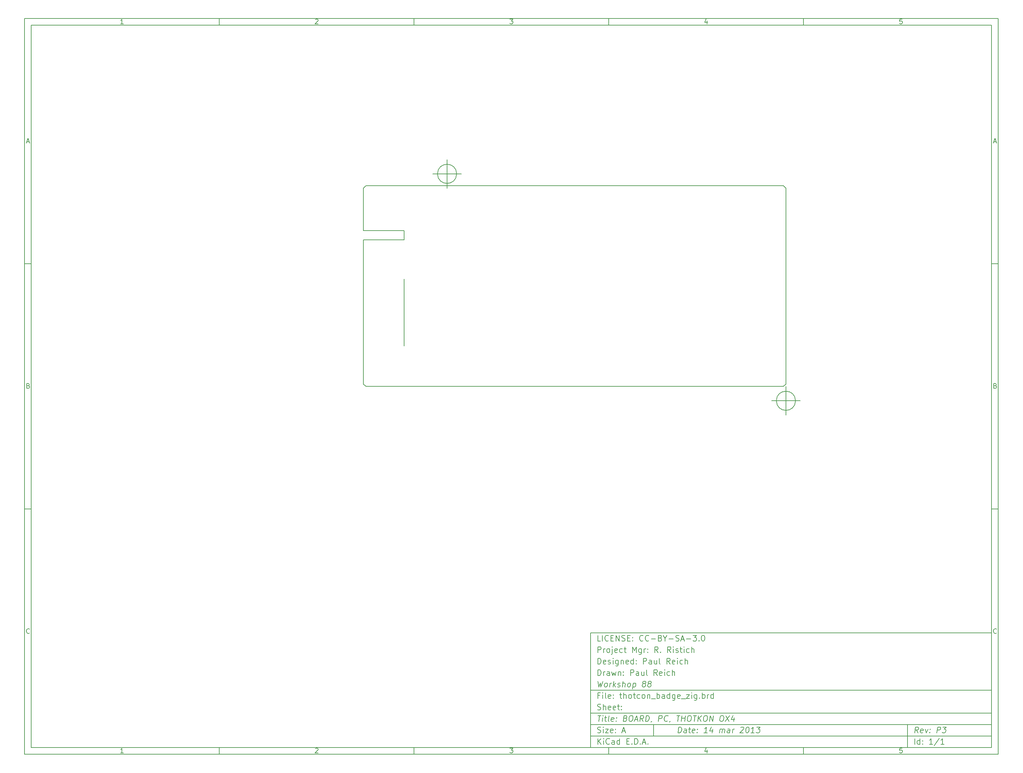
<source format=gbr>
G04 (created by PCBNEW (2012-11-15 BZR 3804)-stable) date Wed 13 Mar 2013 22:39:18 CDT*
%MOIN*%
G04 Gerber Fmt 3.4, Leading zero omitted, Abs format*
%FSLAX34Y34*%
G01*
G70*
G90*
G04 APERTURE LIST*
%ADD10C,0.006*%
%ADD11C,0.00590551*%
G04 APERTURE END LIST*
G54D10*
X-41000Y34000D02*
X61000Y34000D01*
X61000Y-43000D01*
X-41000Y-43000D01*
X-41000Y34000D01*
X-40300Y33300D02*
X60300Y33300D01*
X60300Y-42300D01*
X-40300Y-42300D01*
X-40300Y33300D01*
X-20600Y34000D02*
X-20600Y33300D01*
X-30657Y33447D02*
X-30942Y33447D01*
X-30800Y33447D02*
X-30800Y33947D01*
X-30847Y33876D01*
X-30895Y33828D01*
X-30942Y33804D01*
X-20600Y-43000D02*
X-20600Y-42300D01*
X-30657Y-42852D02*
X-30942Y-42852D01*
X-30800Y-42852D02*
X-30800Y-42352D01*
X-30847Y-42423D01*
X-30895Y-42471D01*
X-30942Y-42495D01*
X-200Y34000D02*
X-200Y33300D01*
X-10542Y33900D02*
X-10519Y33923D01*
X-10471Y33947D01*
X-10352Y33947D01*
X-10304Y33923D01*
X-10280Y33900D01*
X-10257Y33852D01*
X-10257Y33804D01*
X-10280Y33733D01*
X-10566Y33447D01*
X-10257Y33447D01*
X-200Y-43000D02*
X-200Y-42300D01*
X-10542Y-42400D02*
X-10519Y-42376D01*
X-10471Y-42352D01*
X-10352Y-42352D01*
X-10304Y-42376D01*
X-10280Y-42400D01*
X-10257Y-42447D01*
X-10257Y-42495D01*
X-10280Y-42566D01*
X-10566Y-42852D01*
X-10257Y-42852D01*
X20200Y34000D02*
X20200Y33300D01*
X9833Y33947D02*
X10142Y33947D01*
X9976Y33757D01*
X10047Y33757D01*
X10095Y33733D01*
X10119Y33709D01*
X10142Y33661D01*
X10142Y33542D01*
X10119Y33495D01*
X10095Y33471D01*
X10047Y33447D01*
X9904Y33447D01*
X9857Y33471D01*
X9833Y33495D01*
X20200Y-43000D02*
X20200Y-42300D01*
X9833Y-42352D02*
X10142Y-42352D01*
X9976Y-42542D01*
X10047Y-42542D01*
X10095Y-42566D01*
X10119Y-42590D01*
X10142Y-42638D01*
X10142Y-42757D01*
X10119Y-42804D01*
X10095Y-42828D01*
X10047Y-42852D01*
X9904Y-42852D01*
X9857Y-42828D01*
X9833Y-42804D01*
X40600Y34000D02*
X40600Y33300D01*
X30495Y33780D02*
X30495Y33447D01*
X30376Y33971D02*
X30257Y33614D01*
X30566Y33614D01*
X40600Y-43000D02*
X40600Y-42300D01*
X30495Y-42519D02*
X30495Y-42852D01*
X30376Y-42328D02*
X30257Y-42685D01*
X30566Y-42685D01*
X50919Y33947D02*
X50680Y33947D01*
X50657Y33709D01*
X50680Y33733D01*
X50728Y33757D01*
X50847Y33757D01*
X50895Y33733D01*
X50919Y33709D01*
X50942Y33661D01*
X50942Y33542D01*
X50919Y33495D01*
X50895Y33471D01*
X50847Y33447D01*
X50728Y33447D01*
X50680Y33471D01*
X50657Y33495D01*
X50919Y-42352D02*
X50680Y-42352D01*
X50657Y-42590D01*
X50680Y-42566D01*
X50728Y-42542D01*
X50847Y-42542D01*
X50895Y-42566D01*
X50919Y-42590D01*
X50942Y-42638D01*
X50942Y-42757D01*
X50919Y-42804D01*
X50895Y-42828D01*
X50847Y-42852D01*
X50728Y-42852D01*
X50680Y-42828D01*
X50657Y-42804D01*
X-41000Y8340D02*
X-40300Y8340D01*
X-40769Y21110D02*
X-40530Y21110D01*
X-40816Y20967D02*
X-40649Y21467D01*
X-40483Y20967D01*
X61000Y8340D02*
X60300Y8340D01*
X60530Y21110D02*
X60769Y21110D01*
X60483Y20967D02*
X60650Y21467D01*
X60816Y20967D01*
X-41000Y-17320D02*
X-40300Y-17320D01*
X-40614Y-4430D02*
X-40542Y-4454D01*
X-40519Y-4478D01*
X-40495Y-4525D01*
X-40495Y-4597D01*
X-40519Y-4644D01*
X-40542Y-4668D01*
X-40590Y-4692D01*
X-40780Y-4692D01*
X-40780Y-4192D01*
X-40614Y-4192D01*
X-40566Y-4216D01*
X-40542Y-4240D01*
X-40519Y-4287D01*
X-40519Y-4335D01*
X-40542Y-4382D01*
X-40566Y-4406D01*
X-40614Y-4430D01*
X-40780Y-4430D01*
X61000Y-17320D02*
X60300Y-17320D01*
X60685Y-4430D02*
X60757Y-4454D01*
X60780Y-4478D01*
X60804Y-4525D01*
X60804Y-4597D01*
X60780Y-4644D01*
X60757Y-4668D01*
X60709Y-4692D01*
X60519Y-4692D01*
X60519Y-4192D01*
X60685Y-4192D01*
X60733Y-4216D01*
X60757Y-4240D01*
X60780Y-4287D01*
X60780Y-4335D01*
X60757Y-4382D01*
X60733Y-4406D01*
X60685Y-4430D01*
X60519Y-4430D01*
X-40495Y-30304D02*
X-40519Y-30328D01*
X-40590Y-30352D01*
X-40638Y-30352D01*
X-40709Y-30328D01*
X-40757Y-30280D01*
X-40780Y-30233D01*
X-40804Y-30138D01*
X-40804Y-30066D01*
X-40780Y-29971D01*
X-40757Y-29923D01*
X-40709Y-29876D01*
X-40638Y-29852D01*
X-40590Y-29852D01*
X-40519Y-29876D01*
X-40495Y-29900D01*
X60804Y-30304D02*
X60780Y-30328D01*
X60709Y-30352D01*
X60661Y-30352D01*
X60590Y-30328D01*
X60542Y-30280D01*
X60519Y-30233D01*
X60495Y-30138D01*
X60495Y-30066D01*
X60519Y-29971D01*
X60542Y-29923D01*
X60590Y-29876D01*
X60661Y-29852D01*
X60709Y-29852D01*
X60780Y-29876D01*
X60804Y-29900D01*
X27450Y-40742D02*
X27525Y-40142D01*
X27667Y-40142D01*
X27750Y-40171D01*
X27800Y-40228D01*
X27821Y-40285D01*
X27835Y-40400D01*
X27825Y-40485D01*
X27782Y-40600D01*
X27746Y-40657D01*
X27682Y-40714D01*
X27592Y-40742D01*
X27450Y-40742D01*
X28307Y-40742D02*
X28346Y-40428D01*
X28325Y-40371D01*
X28271Y-40342D01*
X28157Y-40342D01*
X28096Y-40371D01*
X28310Y-40714D02*
X28250Y-40742D01*
X28107Y-40742D01*
X28053Y-40714D01*
X28032Y-40657D01*
X28039Y-40600D01*
X28075Y-40542D01*
X28135Y-40514D01*
X28278Y-40514D01*
X28339Y-40485D01*
X28557Y-40342D02*
X28785Y-40342D01*
X28667Y-40142D02*
X28603Y-40657D01*
X28625Y-40714D01*
X28678Y-40742D01*
X28735Y-40742D01*
X29167Y-40714D02*
X29107Y-40742D01*
X28992Y-40742D01*
X28939Y-40714D01*
X28917Y-40657D01*
X28946Y-40428D01*
X28982Y-40371D01*
X29042Y-40342D01*
X29157Y-40342D01*
X29210Y-40371D01*
X29232Y-40428D01*
X29225Y-40485D01*
X28932Y-40542D01*
X29457Y-40685D02*
X29482Y-40714D01*
X29450Y-40742D01*
X29425Y-40714D01*
X29457Y-40685D01*
X29450Y-40742D01*
X29496Y-40371D02*
X29521Y-40400D01*
X29489Y-40428D01*
X29464Y-40400D01*
X29496Y-40371D01*
X29489Y-40428D01*
X30507Y-40742D02*
X30164Y-40742D01*
X30335Y-40742D02*
X30410Y-40142D01*
X30342Y-40228D01*
X30278Y-40285D01*
X30217Y-40314D01*
X31071Y-40342D02*
X31021Y-40742D01*
X30957Y-40114D02*
X30760Y-40542D01*
X31132Y-40542D01*
X31792Y-40742D02*
X31842Y-40342D01*
X31835Y-40400D02*
X31867Y-40371D01*
X31928Y-40342D01*
X32014Y-40342D01*
X32067Y-40371D01*
X32089Y-40428D01*
X32050Y-40742D01*
X32089Y-40428D02*
X32125Y-40371D01*
X32185Y-40342D01*
X32271Y-40342D01*
X32325Y-40371D01*
X32346Y-40428D01*
X32307Y-40742D01*
X32850Y-40742D02*
X32889Y-40428D01*
X32867Y-40371D01*
X32814Y-40342D01*
X32700Y-40342D01*
X32639Y-40371D01*
X32853Y-40714D02*
X32792Y-40742D01*
X32650Y-40742D01*
X32596Y-40714D01*
X32575Y-40657D01*
X32582Y-40600D01*
X32617Y-40542D01*
X32678Y-40514D01*
X32821Y-40514D01*
X32882Y-40485D01*
X33135Y-40742D02*
X33185Y-40342D01*
X33171Y-40457D02*
X33207Y-40400D01*
X33239Y-40371D01*
X33300Y-40342D01*
X33357Y-40342D01*
X34003Y-40200D02*
X34035Y-40171D01*
X34096Y-40142D01*
X34239Y-40142D01*
X34292Y-40171D01*
X34317Y-40200D01*
X34339Y-40257D01*
X34332Y-40314D01*
X34292Y-40400D01*
X33907Y-40742D01*
X34278Y-40742D01*
X34725Y-40142D02*
X34782Y-40142D01*
X34835Y-40171D01*
X34860Y-40200D01*
X34882Y-40257D01*
X34896Y-40371D01*
X34878Y-40514D01*
X34835Y-40628D01*
X34800Y-40685D01*
X34767Y-40714D01*
X34707Y-40742D01*
X34650Y-40742D01*
X34596Y-40714D01*
X34571Y-40685D01*
X34550Y-40628D01*
X34535Y-40514D01*
X34553Y-40371D01*
X34596Y-40257D01*
X34632Y-40200D01*
X34664Y-40171D01*
X34725Y-40142D01*
X35421Y-40742D02*
X35078Y-40742D01*
X35250Y-40742D02*
X35325Y-40142D01*
X35257Y-40228D01*
X35192Y-40285D01*
X35132Y-40314D01*
X35696Y-40142D02*
X36067Y-40142D01*
X35839Y-40371D01*
X35925Y-40371D01*
X35978Y-40400D01*
X36003Y-40428D01*
X36025Y-40485D01*
X36007Y-40628D01*
X35971Y-40685D01*
X35939Y-40714D01*
X35878Y-40742D01*
X35707Y-40742D01*
X35653Y-40714D01*
X35628Y-40685D01*
X19042Y-41942D02*
X19042Y-41342D01*
X19385Y-41942D02*
X19128Y-41600D01*
X19385Y-41342D02*
X19042Y-41685D01*
X19642Y-41942D02*
X19642Y-41542D01*
X19642Y-41342D02*
X19614Y-41371D01*
X19642Y-41400D01*
X19671Y-41371D01*
X19642Y-41342D01*
X19642Y-41400D01*
X20271Y-41885D02*
X20242Y-41914D01*
X20157Y-41942D01*
X20100Y-41942D01*
X20014Y-41914D01*
X19957Y-41857D01*
X19928Y-41800D01*
X19900Y-41685D01*
X19900Y-41600D01*
X19928Y-41485D01*
X19957Y-41428D01*
X20014Y-41371D01*
X20100Y-41342D01*
X20157Y-41342D01*
X20242Y-41371D01*
X20271Y-41400D01*
X20785Y-41942D02*
X20785Y-41628D01*
X20757Y-41571D01*
X20700Y-41542D01*
X20585Y-41542D01*
X20528Y-41571D01*
X20785Y-41914D02*
X20728Y-41942D01*
X20585Y-41942D01*
X20528Y-41914D01*
X20500Y-41857D01*
X20500Y-41800D01*
X20528Y-41742D01*
X20585Y-41714D01*
X20728Y-41714D01*
X20785Y-41685D01*
X21328Y-41942D02*
X21328Y-41342D01*
X21328Y-41914D02*
X21271Y-41942D01*
X21157Y-41942D01*
X21100Y-41914D01*
X21071Y-41885D01*
X21042Y-41828D01*
X21042Y-41657D01*
X21071Y-41600D01*
X21100Y-41571D01*
X21157Y-41542D01*
X21271Y-41542D01*
X21328Y-41571D01*
X22071Y-41628D02*
X22271Y-41628D01*
X22357Y-41942D02*
X22071Y-41942D01*
X22071Y-41342D01*
X22357Y-41342D01*
X22614Y-41885D02*
X22642Y-41914D01*
X22614Y-41942D01*
X22585Y-41914D01*
X22614Y-41885D01*
X22614Y-41942D01*
X22899Y-41942D02*
X22899Y-41342D01*
X23042Y-41342D01*
X23128Y-41371D01*
X23185Y-41428D01*
X23214Y-41485D01*
X23242Y-41600D01*
X23242Y-41685D01*
X23214Y-41800D01*
X23185Y-41857D01*
X23128Y-41914D01*
X23042Y-41942D01*
X22899Y-41942D01*
X23499Y-41885D02*
X23528Y-41914D01*
X23499Y-41942D01*
X23471Y-41914D01*
X23499Y-41885D01*
X23499Y-41942D01*
X23757Y-41771D02*
X24042Y-41771D01*
X23699Y-41942D02*
X23899Y-41342D01*
X24099Y-41942D01*
X24299Y-41885D02*
X24328Y-41914D01*
X24299Y-41942D01*
X24271Y-41914D01*
X24299Y-41885D01*
X24299Y-41942D01*
X52592Y-40742D02*
X52428Y-40457D01*
X52250Y-40742D02*
X52325Y-40142D01*
X52553Y-40142D01*
X52607Y-40171D01*
X52632Y-40200D01*
X52653Y-40257D01*
X52642Y-40342D01*
X52607Y-40400D01*
X52575Y-40428D01*
X52514Y-40457D01*
X52285Y-40457D01*
X53082Y-40714D02*
X53021Y-40742D01*
X52907Y-40742D01*
X52853Y-40714D01*
X52832Y-40657D01*
X52860Y-40428D01*
X52896Y-40371D01*
X52957Y-40342D01*
X53071Y-40342D01*
X53125Y-40371D01*
X53146Y-40428D01*
X53139Y-40485D01*
X52846Y-40542D01*
X53357Y-40342D02*
X53450Y-40742D01*
X53642Y-40342D01*
X53828Y-40685D02*
X53853Y-40714D01*
X53821Y-40742D01*
X53796Y-40714D01*
X53828Y-40685D01*
X53821Y-40742D01*
X53867Y-40371D02*
X53892Y-40400D01*
X53860Y-40428D01*
X53835Y-40400D01*
X53867Y-40371D01*
X53860Y-40428D01*
X54564Y-40742D02*
X54639Y-40142D01*
X54867Y-40142D01*
X54921Y-40171D01*
X54946Y-40200D01*
X54967Y-40257D01*
X54957Y-40342D01*
X54921Y-40400D01*
X54889Y-40428D01*
X54828Y-40457D01*
X54600Y-40457D01*
X55182Y-40142D02*
X55553Y-40142D01*
X55325Y-40371D01*
X55410Y-40371D01*
X55464Y-40400D01*
X55489Y-40428D01*
X55510Y-40485D01*
X55492Y-40628D01*
X55457Y-40685D01*
X55425Y-40714D01*
X55364Y-40742D01*
X55192Y-40742D01*
X55139Y-40714D01*
X55114Y-40685D01*
X19014Y-40714D02*
X19100Y-40742D01*
X19242Y-40742D01*
X19300Y-40714D01*
X19328Y-40685D01*
X19357Y-40628D01*
X19357Y-40571D01*
X19328Y-40514D01*
X19300Y-40485D01*
X19242Y-40457D01*
X19128Y-40428D01*
X19071Y-40400D01*
X19042Y-40371D01*
X19014Y-40314D01*
X19014Y-40257D01*
X19042Y-40200D01*
X19071Y-40171D01*
X19128Y-40142D01*
X19271Y-40142D01*
X19357Y-40171D01*
X19614Y-40742D02*
X19614Y-40342D01*
X19614Y-40142D02*
X19585Y-40171D01*
X19614Y-40200D01*
X19642Y-40171D01*
X19614Y-40142D01*
X19614Y-40200D01*
X19842Y-40342D02*
X20157Y-40342D01*
X19842Y-40742D01*
X20157Y-40742D01*
X20614Y-40714D02*
X20557Y-40742D01*
X20442Y-40742D01*
X20385Y-40714D01*
X20357Y-40657D01*
X20357Y-40428D01*
X20385Y-40371D01*
X20442Y-40342D01*
X20557Y-40342D01*
X20614Y-40371D01*
X20642Y-40428D01*
X20642Y-40485D01*
X20357Y-40542D01*
X20900Y-40685D02*
X20928Y-40714D01*
X20900Y-40742D01*
X20871Y-40714D01*
X20900Y-40685D01*
X20900Y-40742D01*
X20900Y-40371D02*
X20928Y-40400D01*
X20900Y-40428D01*
X20871Y-40400D01*
X20900Y-40371D01*
X20900Y-40428D01*
X21614Y-40571D02*
X21900Y-40571D01*
X21557Y-40742D02*
X21757Y-40142D01*
X21957Y-40742D01*
X52242Y-41942D02*
X52242Y-41342D01*
X52785Y-41942D02*
X52785Y-41342D01*
X52785Y-41914D02*
X52728Y-41942D01*
X52614Y-41942D01*
X52557Y-41914D01*
X52528Y-41885D01*
X52500Y-41828D01*
X52500Y-41657D01*
X52528Y-41600D01*
X52557Y-41571D01*
X52614Y-41542D01*
X52728Y-41542D01*
X52785Y-41571D01*
X53071Y-41885D02*
X53100Y-41914D01*
X53071Y-41942D01*
X53042Y-41914D01*
X53071Y-41885D01*
X53071Y-41942D01*
X53071Y-41571D02*
X53100Y-41600D01*
X53071Y-41628D01*
X53042Y-41600D01*
X53071Y-41571D01*
X53071Y-41628D01*
X54128Y-41942D02*
X53785Y-41942D01*
X53957Y-41942D02*
X53957Y-41342D01*
X53899Y-41428D01*
X53842Y-41485D01*
X53785Y-41514D01*
X54814Y-41314D02*
X54300Y-42085D01*
X55328Y-41942D02*
X54985Y-41942D01*
X55157Y-41942D02*
X55157Y-41342D01*
X55099Y-41428D01*
X55042Y-41485D01*
X54985Y-41514D01*
X19039Y-38942D02*
X19382Y-38942D01*
X19135Y-39542D02*
X19210Y-38942D01*
X19507Y-39542D02*
X19557Y-39142D01*
X19582Y-38942D02*
X19550Y-38971D01*
X19575Y-39000D01*
X19607Y-38971D01*
X19582Y-38942D01*
X19575Y-39000D01*
X19757Y-39142D02*
X19985Y-39142D01*
X19867Y-38942D02*
X19803Y-39457D01*
X19825Y-39514D01*
X19878Y-39542D01*
X19935Y-39542D01*
X20221Y-39542D02*
X20167Y-39514D01*
X20146Y-39457D01*
X20210Y-38942D01*
X20682Y-39514D02*
X20621Y-39542D01*
X20507Y-39542D01*
X20453Y-39514D01*
X20432Y-39457D01*
X20460Y-39228D01*
X20496Y-39171D01*
X20557Y-39142D01*
X20671Y-39142D01*
X20725Y-39171D01*
X20746Y-39228D01*
X20739Y-39285D01*
X20446Y-39342D01*
X20971Y-39485D02*
X20996Y-39514D01*
X20964Y-39542D01*
X20939Y-39514D01*
X20971Y-39485D01*
X20964Y-39542D01*
X21010Y-39171D02*
X21035Y-39200D01*
X21003Y-39228D01*
X20978Y-39200D01*
X21010Y-39171D01*
X21003Y-39228D01*
X21946Y-39228D02*
X22028Y-39257D01*
X22053Y-39285D01*
X22075Y-39342D01*
X22064Y-39428D01*
X22028Y-39485D01*
X21996Y-39514D01*
X21935Y-39542D01*
X21707Y-39542D01*
X21782Y-38942D01*
X21982Y-38942D01*
X22035Y-38971D01*
X22060Y-39000D01*
X22082Y-39057D01*
X22075Y-39114D01*
X22039Y-39171D01*
X22007Y-39200D01*
X21946Y-39228D01*
X21746Y-39228D01*
X22496Y-38942D02*
X22610Y-38942D01*
X22664Y-38971D01*
X22714Y-39028D01*
X22728Y-39142D01*
X22703Y-39342D01*
X22660Y-39457D01*
X22596Y-39514D01*
X22535Y-39542D01*
X22421Y-39542D01*
X22367Y-39514D01*
X22317Y-39457D01*
X22303Y-39342D01*
X22328Y-39142D01*
X22371Y-39028D01*
X22435Y-38971D01*
X22496Y-38942D01*
X22928Y-39371D02*
X23214Y-39371D01*
X22850Y-39542D02*
X23125Y-38942D01*
X23250Y-39542D01*
X23792Y-39542D02*
X23628Y-39257D01*
X23450Y-39542D02*
X23525Y-38942D01*
X23753Y-38942D01*
X23807Y-38971D01*
X23832Y-39000D01*
X23853Y-39057D01*
X23842Y-39142D01*
X23807Y-39200D01*
X23775Y-39228D01*
X23714Y-39257D01*
X23485Y-39257D01*
X24050Y-39542D02*
X24125Y-38942D01*
X24267Y-38942D01*
X24350Y-38971D01*
X24400Y-39028D01*
X24421Y-39085D01*
X24435Y-39200D01*
X24425Y-39285D01*
X24382Y-39400D01*
X24346Y-39457D01*
X24282Y-39514D01*
X24192Y-39542D01*
X24050Y-39542D01*
X24682Y-39514D02*
X24678Y-39542D01*
X24642Y-39600D01*
X24610Y-39628D01*
X25392Y-39542D02*
X25467Y-38942D01*
X25696Y-38942D01*
X25749Y-38971D01*
X25775Y-39000D01*
X25796Y-39057D01*
X25785Y-39142D01*
X25750Y-39200D01*
X25717Y-39228D01*
X25657Y-39257D01*
X25428Y-39257D01*
X26342Y-39485D02*
X26310Y-39514D01*
X26221Y-39542D01*
X26164Y-39542D01*
X26082Y-39514D01*
X26032Y-39457D01*
X26010Y-39400D01*
X25996Y-39285D01*
X26007Y-39200D01*
X26050Y-39085D01*
X26085Y-39028D01*
X26149Y-38971D01*
X26239Y-38942D01*
X26296Y-38942D01*
X26378Y-38971D01*
X26403Y-39000D01*
X26625Y-39514D02*
X26621Y-39542D01*
X26585Y-39600D01*
X26553Y-39628D01*
X27325Y-38942D02*
X27667Y-38942D01*
X27421Y-39542D02*
X27496Y-38942D01*
X27792Y-39542D02*
X27867Y-38942D01*
X27832Y-39228D02*
X28175Y-39228D01*
X28135Y-39542D02*
X28210Y-38942D01*
X28610Y-38942D02*
X28725Y-38942D01*
X28778Y-38971D01*
X28828Y-39028D01*
X28842Y-39142D01*
X28817Y-39342D01*
X28774Y-39457D01*
X28710Y-39514D01*
X28650Y-39542D01*
X28535Y-39542D01*
X28482Y-39514D01*
X28432Y-39457D01*
X28417Y-39342D01*
X28442Y-39142D01*
X28485Y-39028D01*
X28549Y-38971D01*
X28610Y-38942D01*
X29039Y-38942D02*
X29382Y-38942D01*
X29135Y-39542D02*
X29210Y-38942D01*
X29507Y-39542D02*
X29582Y-38942D01*
X29849Y-39542D02*
X29635Y-39200D01*
X29924Y-38942D02*
X29539Y-39285D01*
X30296Y-38942D02*
X30410Y-38942D01*
X30464Y-38971D01*
X30514Y-39028D01*
X30528Y-39142D01*
X30503Y-39342D01*
X30460Y-39457D01*
X30396Y-39514D01*
X30335Y-39542D01*
X30221Y-39542D01*
X30167Y-39514D01*
X30117Y-39457D01*
X30103Y-39342D01*
X30128Y-39142D01*
X30171Y-39028D01*
X30235Y-38971D01*
X30296Y-38942D01*
X30735Y-39542D02*
X30810Y-38942D01*
X31078Y-39542D01*
X31153Y-38942D01*
X32010Y-38942D02*
X32124Y-38942D01*
X32178Y-38971D01*
X32228Y-39028D01*
X32242Y-39142D01*
X32217Y-39342D01*
X32174Y-39457D01*
X32110Y-39514D01*
X32049Y-39542D01*
X31935Y-39542D01*
X31882Y-39514D01*
X31832Y-39457D01*
X31817Y-39342D01*
X31842Y-39142D01*
X31885Y-39028D01*
X31949Y-38971D01*
X32010Y-38942D01*
X32467Y-38942D02*
X32792Y-39542D01*
X32867Y-38942D02*
X32392Y-39542D01*
X33328Y-39142D02*
X33278Y-39542D01*
X33214Y-38914D02*
X33017Y-39342D01*
X33389Y-39342D01*
X19242Y-36828D02*
X19042Y-36828D01*
X19042Y-37142D02*
X19042Y-36542D01*
X19328Y-36542D01*
X19557Y-37142D02*
X19557Y-36742D01*
X19557Y-36542D02*
X19528Y-36571D01*
X19557Y-36600D01*
X19585Y-36571D01*
X19557Y-36542D01*
X19557Y-36600D01*
X19928Y-37142D02*
X19871Y-37114D01*
X19842Y-37057D01*
X19842Y-36542D01*
X20385Y-37114D02*
X20328Y-37142D01*
X20214Y-37142D01*
X20157Y-37114D01*
X20128Y-37057D01*
X20128Y-36828D01*
X20157Y-36771D01*
X20214Y-36742D01*
X20328Y-36742D01*
X20385Y-36771D01*
X20414Y-36828D01*
X20414Y-36885D01*
X20128Y-36942D01*
X20671Y-37085D02*
X20700Y-37114D01*
X20671Y-37142D01*
X20642Y-37114D01*
X20671Y-37085D01*
X20671Y-37142D01*
X20671Y-36771D02*
X20700Y-36800D01*
X20671Y-36828D01*
X20642Y-36800D01*
X20671Y-36771D01*
X20671Y-36828D01*
X21328Y-36742D02*
X21557Y-36742D01*
X21414Y-36542D02*
X21414Y-37057D01*
X21442Y-37114D01*
X21500Y-37142D01*
X21557Y-37142D01*
X21757Y-37142D02*
X21757Y-36542D01*
X22014Y-37142D02*
X22014Y-36828D01*
X21985Y-36771D01*
X21928Y-36742D01*
X21842Y-36742D01*
X21785Y-36771D01*
X21757Y-36800D01*
X22385Y-37142D02*
X22328Y-37114D01*
X22300Y-37085D01*
X22271Y-37028D01*
X22271Y-36857D01*
X22300Y-36800D01*
X22328Y-36771D01*
X22385Y-36742D01*
X22471Y-36742D01*
X22528Y-36771D01*
X22557Y-36800D01*
X22585Y-36857D01*
X22585Y-37028D01*
X22557Y-37085D01*
X22528Y-37114D01*
X22471Y-37142D01*
X22385Y-37142D01*
X22757Y-36742D02*
X22985Y-36742D01*
X22842Y-36542D02*
X22842Y-37057D01*
X22871Y-37114D01*
X22928Y-37142D01*
X22985Y-37142D01*
X23442Y-37114D02*
X23385Y-37142D01*
X23271Y-37142D01*
X23214Y-37114D01*
X23185Y-37085D01*
X23157Y-37028D01*
X23157Y-36857D01*
X23185Y-36800D01*
X23214Y-36771D01*
X23271Y-36742D01*
X23385Y-36742D01*
X23442Y-36771D01*
X23785Y-37142D02*
X23728Y-37114D01*
X23700Y-37085D01*
X23671Y-37028D01*
X23671Y-36857D01*
X23700Y-36800D01*
X23728Y-36771D01*
X23785Y-36742D01*
X23871Y-36742D01*
X23928Y-36771D01*
X23957Y-36800D01*
X23985Y-36857D01*
X23985Y-37028D01*
X23957Y-37085D01*
X23928Y-37114D01*
X23871Y-37142D01*
X23785Y-37142D01*
X24242Y-36742D02*
X24242Y-37142D01*
X24242Y-36800D02*
X24271Y-36771D01*
X24328Y-36742D01*
X24414Y-36742D01*
X24471Y-36771D01*
X24500Y-36828D01*
X24500Y-37142D01*
X24642Y-37200D02*
X25100Y-37200D01*
X25242Y-37142D02*
X25242Y-36542D01*
X25242Y-36771D02*
X25300Y-36742D01*
X25414Y-36742D01*
X25471Y-36771D01*
X25500Y-36800D01*
X25528Y-36857D01*
X25528Y-37028D01*
X25500Y-37085D01*
X25471Y-37114D01*
X25414Y-37142D01*
X25300Y-37142D01*
X25242Y-37114D01*
X26042Y-37142D02*
X26042Y-36828D01*
X26014Y-36771D01*
X25957Y-36742D01*
X25842Y-36742D01*
X25785Y-36771D01*
X26042Y-37114D02*
X25985Y-37142D01*
X25842Y-37142D01*
X25785Y-37114D01*
X25757Y-37057D01*
X25757Y-37000D01*
X25785Y-36942D01*
X25842Y-36914D01*
X25985Y-36914D01*
X26042Y-36885D01*
X26585Y-37142D02*
X26585Y-36542D01*
X26585Y-37114D02*
X26528Y-37142D01*
X26414Y-37142D01*
X26357Y-37114D01*
X26328Y-37085D01*
X26300Y-37028D01*
X26300Y-36857D01*
X26328Y-36800D01*
X26357Y-36771D01*
X26414Y-36742D01*
X26528Y-36742D01*
X26585Y-36771D01*
X27128Y-36742D02*
X27128Y-37228D01*
X27100Y-37285D01*
X27071Y-37314D01*
X27014Y-37342D01*
X26928Y-37342D01*
X26871Y-37314D01*
X27128Y-37114D02*
X27071Y-37142D01*
X26957Y-37142D01*
X26900Y-37114D01*
X26871Y-37085D01*
X26842Y-37028D01*
X26842Y-36857D01*
X26871Y-36800D01*
X26900Y-36771D01*
X26957Y-36742D01*
X27071Y-36742D01*
X27128Y-36771D01*
X27642Y-37114D02*
X27585Y-37142D01*
X27471Y-37142D01*
X27414Y-37114D01*
X27385Y-37057D01*
X27385Y-36828D01*
X27414Y-36771D01*
X27471Y-36742D01*
X27585Y-36742D01*
X27642Y-36771D01*
X27671Y-36828D01*
X27671Y-36885D01*
X27385Y-36942D01*
X27785Y-37200D02*
X28242Y-37200D01*
X28328Y-36742D02*
X28642Y-36742D01*
X28328Y-37142D01*
X28642Y-37142D01*
X28871Y-37142D02*
X28871Y-36742D01*
X28871Y-36542D02*
X28842Y-36571D01*
X28871Y-36600D01*
X28900Y-36571D01*
X28871Y-36542D01*
X28871Y-36600D01*
X29414Y-36742D02*
X29414Y-37228D01*
X29385Y-37285D01*
X29357Y-37314D01*
X29299Y-37342D01*
X29214Y-37342D01*
X29157Y-37314D01*
X29414Y-37114D02*
X29357Y-37142D01*
X29242Y-37142D01*
X29185Y-37114D01*
X29157Y-37085D01*
X29128Y-37028D01*
X29128Y-36857D01*
X29157Y-36800D01*
X29185Y-36771D01*
X29242Y-36742D01*
X29357Y-36742D01*
X29414Y-36771D01*
X29699Y-37085D02*
X29728Y-37114D01*
X29699Y-37142D01*
X29671Y-37114D01*
X29699Y-37085D01*
X29699Y-37142D01*
X29985Y-37142D02*
X29985Y-36542D01*
X29985Y-36771D02*
X30042Y-36742D01*
X30157Y-36742D01*
X30214Y-36771D01*
X30242Y-36800D01*
X30271Y-36857D01*
X30271Y-37028D01*
X30242Y-37085D01*
X30214Y-37114D01*
X30157Y-37142D01*
X30042Y-37142D01*
X29985Y-37114D01*
X30528Y-37142D02*
X30528Y-36742D01*
X30528Y-36857D02*
X30557Y-36800D01*
X30585Y-36771D01*
X30642Y-36742D01*
X30699Y-36742D01*
X31157Y-37142D02*
X31157Y-36542D01*
X31157Y-37114D02*
X31099Y-37142D01*
X30985Y-37142D01*
X30928Y-37114D01*
X30899Y-37085D01*
X30871Y-37028D01*
X30871Y-36857D01*
X30899Y-36800D01*
X30928Y-36771D01*
X30985Y-36742D01*
X31099Y-36742D01*
X31157Y-36771D01*
X19014Y-38314D02*
X19100Y-38342D01*
X19242Y-38342D01*
X19300Y-38314D01*
X19328Y-38285D01*
X19357Y-38228D01*
X19357Y-38171D01*
X19328Y-38114D01*
X19300Y-38085D01*
X19242Y-38057D01*
X19128Y-38028D01*
X19071Y-38000D01*
X19042Y-37971D01*
X19014Y-37914D01*
X19014Y-37857D01*
X19042Y-37800D01*
X19071Y-37771D01*
X19128Y-37742D01*
X19271Y-37742D01*
X19357Y-37771D01*
X19614Y-38342D02*
X19614Y-37742D01*
X19871Y-38342D02*
X19871Y-38028D01*
X19842Y-37971D01*
X19785Y-37942D01*
X19700Y-37942D01*
X19642Y-37971D01*
X19614Y-38000D01*
X20385Y-38314D02*
X20328Y-38342D01*
X20214Y-38342D01*
X20157Y-38314D01*
X20128Y-38257D01*
X20128Y-38028D01*
X20157Y-37971D01*
X20214Y-37942D01*
X20328Y-37942D01*
X20385Y-37971D01*
X20414Y-38028D01*
X20414Y-38085D01*
X20128Y-38142D01*
X20900Y-38314D02*
X20842Y-38342D01*
X20728Y-38342D01*
X20671Y-38314D01*
X20642Y-38257D01*
X20642Y-38028D01*
X20671Y-37971D01*
X20728Y-37942D01*
X20842Y-37942D01*
X20900Y-37971D01*
X20928Y-38028D01*
X20928Y-38085D01*
X20642Y-38142D01*
X21100Y-37942D02*
X21328Y-37942D01*
X21185Y-37742D02*
X21185Y-38257D01*
X21214Y-38314D01*
X21271Y-38342D01*
X21328Y-38342D01*
X21528Y-38285D02*
X21557Y-38314D01*
X21528Y-38342D01*
X21500Y-38314D01*
X21528Y-38285D01*
X21528Y-38342D01*
X21528Y-37971D02*
X21557Y-38000D01*
X21528Y-38028D01*
X21500Y-38000D01*
X21528Y-37971D01*
X21528Y-38028D01*
X19067Y-35342D02*
X19135Y-35942D01*
X19303Y-35514D01*
X19364Y-35942D01*
X19582Y-35342D01*
X19821Y-35942D02*
X19767Y-35914D01*
X19742Y-35885D01*
X19721Y-35828D01*
X19742Y-35657D01*
X19778Y-35600D01*
X19810Y-35571D01*
X19871Y-35542D01*
X19957Y-35542D01*
X20010Y-35571D01*
X20035Y-35600D01*
X20057Y-35657D01*
X20035Y-35828D01*
X20000Y-35885D01*
X19967Y-35914D01*
X19907Y-35942D01*
X19821Y-35942D01*
X20278Y-35942D02*
X20328Y-35542D01*
X20314Y-35657D02*
X20350Y-35600D01*
X20382Y-35571D01*
X20442Y-35542D01*
X20500Y-35542D01*
X20650Y-35942D02*
X20725Y-35342D01*
X20735Y-35714D02*
X20878Y-35942D01*
X20928Y-35542D02*
X20671Y-35771D01*
X21110Y-35914D02*
X21164Y-35942D01*
X21278Y-35942D01*
X21339Y-35914D01*
X21375Y-35857D01*
X21378Y-35828D01*
X21357Y-35771D01*
X21303Y-35742D01*
X21217Y-35742D01*
X21164Y-35714D01*
X21142Y-35657D01*
X21146Y-35628D01*
X21182Y-35571D01*
X21242Y-35542D01*
X21328Y-35542D01*
X21382Y-35571D01*
X21621Y-35942D02*
X21696Y-35342D01*
X21878Y-35942D02*
X21917Y-35628D01*
X21896Y-35571D01*
X21842Y-35542D01*
X21757Y-35542D01*
X21696Y-35571D01*
X21664Y-35600D01*
X22249Y-35942D02*
X22196Y-35914D01*
X22171Y-35885D01*
X22150Y-35828D01*
X22171Y-35657D01*
X22207Y-35600D01*
X22239Y-35571D01*
X22299Y-35542D01*
X22385Y-35542D01*
X22439Y-35571D01*
X22464Y-35600D01*
X22485Y-35657D01*
X22464Y-35828D01*
X22428Y-35885D01*
X22396Y-35914D01*
X22335Y-35942D01*
X22249Y-35942D01*
X22757Y-35542D02*
X22682Y-36142D01*
X22753Y-35571D02*
X22814Y-35542D01*
X22928Y-35542D01*
X22982Y-35571D01*
X23007Y-35600D01*
X23028Y-35657D01*
X23007Y-35828D01*
X22971Y-35885D01*
X22939Y-35914D01*
X22878Y-35942D01*
X22764Y-35942D01*
X22710Y-35914D01*
X23835Y-35600D02*
X23782Y-35571D01*
X23757Y-35542D01*
X23735Y-35485D01*
X23739Y-35457D01*
X23774Y-35400D01*
X23807Y-35371D01*
X23867Y-35342D01*
X23982Y-35342D01*
X24035Y-35371D01*
X24060Y-35400D01*
X24082Y-35457D01*
X24078Y-35485D01*
X24042Y-35542D01*
X24010Y-35571D01*
X23949Y-35600D01*
X23835Y-35600D01*
X23775Y-35628D01*
X23742Y-35657D01*
X23707Y-35714D01*
X23692Y-35828D01*
X23714Y-35885D01*
X23739Y-35914D01*
X23792Y-35942D01*
X23907Y-35942D01*
X23967Y-35914D01*
X23999Y-35885D01*
X24035Y-35828D01*
X24049Y-35714D01*
X24028Y-35657D01*
X24003Y-35628D01*
X23949Y-35600D01*
X24407Y-35600D02*
X24353Y-35571D01*
X24328Y-35542D01*
X24307Y-35485D01*
X24310Y-35457D01*
X24346Y-35400D01*
X24378Y-35371D01*
X24439Y-35342D01*
X24553Y-35342D01*
X24607Y-35371D01*
X24632Y-35400D01*
X24653Y-35457D01*
X24650Y-35485D01*
X24614Y-35542D01*
X24582Y-35571D01*
X24521Y-35600D01*
X24407Y-35600D01*
X24346Y-35628D01*
X24314Y-35657D01*
X24278Y-35714D01*
X24264Y-35828D01*
X24285Y-35885D01*
X24310Y-35914D01*
X24364Y-35942D01*
X24478Y-35942D01*
X24539Y-35914D01*
X24571Y-35885D01*
X24607Y-35828D01*
X24621Y-35714D01*
X24599Y-35657D01*
X24575Y-35628D01*
X24521Y-35600D01*
X19042Y-34742D02*
X19042Y-34142D01*
X19185Y-34142D01*
X19271Y-34171D01*
X19328Y-34228D01*
X19357Y-34285D01*
X19385Y-34400D01*
X19385Y-34485D01*
X19357Y-34600D01*
X19328Y-34657D01*
X19271Y-34714D01*
X19185Y-34742D01*
X19042Y-34742D01*
X19642Y-34742D02*
X19642Y-34342D01*
X19642Y-34457D02*
X19671Y-34400D01*
X19700Y-34371D01*
X19757Y-34342D01*
X19814Y-34342D01*
X20271Y-34742D02*
X20271Y-34428D01*
X20242Y-34371D01*
X20185Y-34342D01*
X20071Y-34342D01*
X20014Y-34371D01*
X20271Y-34714D02*
X20214Y-34742D01*
X20071Y-34742D01*
X20014Y-34714D01*
X19985Y-34657D01*
X19985Y-34600D01*
X20014Y-34542D01*
X20071Y-34514D01*
X20214Y-34514D01*
X20271Y-34485D01*
X20500Y-34342D02*
X20614Y-34742D01*
X20728Y-34457D01*
X20842Y-34742D01*
X20957Y-34342D01*
X21185Y-34342D02*
X21185Y-34742D01*
X21185Y-34400D02*
X21214Y-34371D01*
X21271Y-34342D01*
X21357Y-34342D01*
X21414Y-34371D01*
X21442Y-34428D01*
X21442Y-34742D01*
X21728Y-34685D02*
X21757Y-34714D01*
X21728Y-34742D01*
X21700Y-34714D01*
X21728Y-34685D01*
X21728Y-34742D01*
X21728Y-34371D02*
X21757Y-34400D01*
X21728Y-34428D01*
X21700Y-34400D01*
X21728Y-34371D01*
X21728Y-34428D01*
X22471Y-34742D02*
X22471Y-34142D01*
X22700Y-34142D01*
X22757Y-34171D01*
X22785Y-34200D01*
X22814Y-34257D01*
X22814Y-34342D01*
X22785Y-34400D01*
X22757Y-34428D01*
X22700Y-34457D01*
X22471Y-34457D01*
X23328Y-34742D02*
X23328Y-34428D01*
X23300Y-34371D01*
X23242Y-34342D01*
X23128Y-34342D01*
X23071Y-34371D01*
X23328Y-34714D02*
X23271Y-34742D01*
X23128Y-34742D01*
X23071Y-34714D01*
X23042Y-34657D01*
X23042Y-34600D01*
X23071Y-34542D01*
X23128Y-34514D01*
X23271Y-34514D01*
X23328Y-34485D01*
X23871Y-34342D02*
X23871Y-34742D01*
X23614Y-34342D02*
X23614Y-34657D01*
X23642Y-34714D01*
X23699Y-34742D01*
X23785Y-34742D01*
X23842Y-34714D01*
X23871Y-34685D01*
X24242Y-34742D02*
X24185Y-34714D01*
X24157Y-34657D01*
X24157Y-34142D01*
X25271Y-34742D02*
X25071Y-34457D01*
X24928Y-34742D02*
X24928Y-34142D01*
X25157Y-34142D01*
X25214Y-34171D01*
X25242Y-34200D01*
X25271Y-34257D01*
X25271Y-34342D01*
X25242Y-34400D01*
X25214Y-34428D01*
X25157Y-34457D01*
X24928Y-34457D01*
X25757Y-34714D02*
X25700Y-34742D01*
X25585Y-34742D01*
X25528Y-34714D01*
X25500Y-34657D01*
X25500Y-34428D01*
X25528Y-34371D01*
X25585Y-34342D01*
X25700Y-34342D01*
X25757Y-34371D01*
X25785Y-34428D01*
X25785Y-34485D01*
X25500Y-34542D01*
X26042Y-34742D02*
X26042Y-34342D01*
X26042Y-34142D02*
X26014Y-34171D01*
X26042Y-34200D01*
X26071Y-34171D01*
X26042Y-34142D01*
X26042Y-34200D01*
X26585Y-34714D02*
X26528Y-34742D01*
X26414Y-34742D01*
X26357Y-34714D01*
X26328Y-34685D01*
X26300Y-34628D01*
X26300Y-34457D01*
X26328Y-34400D01*
X26357Y-34371D01*
X26414Y-34342D01*
X26528Y-34342D01*
X26585Y-34371D01*
X26842Y-34742D02*
X26842Y-34142D01*
X27100Y-34742D02*
X27100Y-34428D01*
X27071Y-34371D01*
X27014Y-34342D01*
X26928Y-34342D01*
X26871Y-34371D01*
X26842Y-34400D01*
X19042Y-33542D02*
X19042Y-32942D01*
X19185Y-32942D01*
X19271Y-32971D01*
X19328Y-33028D01*
X19357Y-33085D01*
X19385Y-33200D01*
X19385Y-33285D01*
X19357Y-33400D01*
X19328Y-33457D01*
X19271Y-33514D01*
X19185Y-33542D01*
X19042Y-33542D01*
X19871Y-33514D02*
X19814Y-33542D01*
X19700Y-33542D01*
X19642Y-33514D01*
X19614Y-33457D01*
X19614Y-33228D01*
X19642Y-33171D01*
X19700Y-33142D01*
X19814Y-33142D01*
X19871Y-33171D01*
X19900Y-33228D01*
X19900Y-33285D01*
X19614Y-33342D01*
X20128Y-33514D02*
X20185Y-33542D01*
X20300Y-33542D01*
X20357Y-33514D01*
X20385Y-33457D01*
X20385Y-33428D01*
X20357Y-33371D01*
X20300Y-33342D01*
X20214Y-33342D01*
X20157Y-33314D01*
X20128Y-33257D01*
X20128Y-33228D01*
X20157Y-33171D01*
X20214Y-33142D01*
X20300Y-33142D01*
X20357Y-33171D01*
X20642Y-33542D02*
X20642Y-33142D01*
X20642Y-32942D02*
X20614Y-32971D01*
X20642Y-33000D01*
X20671Y-32971D01*
X20642Y-32942D01*
X20642Y-33000D01*
X21185Y-33142D02*
X21185Y-33628D01*
X21157Y-33685D01*
X21128Y-33714D01*
X21071Y-33742D01*
X20985Y-33742D01*
X20928Y-33714D01*
X21185Y-33514D02*
X21128Y-33542D01*
X21014Y-33542D01*
X20957Y-33514D01*
X20928Y-33485D01*
X20900Y-33428D01*
X20900Y-33257D01*
X20928Y-33200D01*
X20957Y-33171D01*
X21014Y-33142D01*
X21128Y-33142D01*
X21185Y-33171D01*
X21471Y-33142D02*
X21471Y-33542D01*
X21471Y-33200D02*
X21500Y-33171D01*
X21557Y-33142D01*
X21642Y-33142D01*
X21700Y-33171D01*
X21728Y-33228D01*
X21728Y-33542D01*
X22242Y-33514D02*
X22185Y-33542D01*
X22071Y-33542D01*
X22014Y-33514D01*
X21985Y-33457D01*
X21985Y-33228D01*
X22014Y-33171D01*
X22071Y-33142D01*
X22185Y-33142D01*
X22242Y-33171D01*
X22271Y-33228D01*
X22271Y-33285D01*
X21985Y-33342D01*
X22785Y-33542D02*
X22785Y-32942D01*
X22785Y-33514D02*
X22728Y-33542D01*
X22614Y-33542D01*
X22557Y-33514D01*
X22528Y-33485D01*
X22500Y-33428D01*
X22500Y-33257D01*
X22528Y-33200D01*
X22557Y-33171D01*
X22614Y-33142D01*
X22728Y-33142D01*
X22785Y-33171D01*
X23071Y-33485D02*
X23100Y-33514D01*
X23071Y-33542D01*
X23042Y-33514D01*
X23071Y-33485D01*
X23071Y-33542D01*
X23071Y-33171D02*
X23100Y-33200D01*
X23071Y-33228D01*
X23042Y-33200D01*
X23071Y-33171D01*
X23071Y-33228D01*
X23814Y-33542D02*
X23814Y-32942D01*
X24042Y-32942D01*
X24099Y-32971D01*
X24128Y-33000D01*
X24157Y-33057D01*
X24157Y-33142D01*
X24128Y-33200D01*
X24099Y-33228D01*
X24042Y-33257D01*
X23814Y-33257D01*
X24671Y-33542D02*
X24671Y-33228D01*
X24642Y-33171D01*
X24585Y-33142D01*
X24471Y-33142D01*
X24414Y-33171D01*
X24671Y-33514D02*
X24614Y-33542D01*
X24471Y-33542D01*
X24414Y-33514D01*
X24385Y-33457D01*
X24385Y-33400D01*
X24414Y-33342D01*
X24471Y-33314D01*
X24614Y-33314D01*
X24671Y-33285D01*
X25214Y-33142D02*
X25214Y-33542D01*
X24957Y-33142D02*
X24957Y-33457D01*
X24985Y-33514D01*
X25042Y-33542D01*
X25128Y-33542D01*
X25185Y-33514D01*
X25214Y-33485D01*
X25585Y-33542D02*
X25528Y-33514D01*
X25499Y-33457D01*
X25499Y-32942D01*
X26614Y-33542D02*
X26414Y-33257D01*
X26271Y-33542D02*
X26271Y-32942D01*
X26500Y-32942D01*
X26557Y-32971D01*
X26585Y-33000D01*
X26614Y-33057D01*
X26614Y-33142D01*
X26585Y-33200D01*
X26557Y-33228D01*
X26500Y-33257D01*
X26271Y-33257D01*
X27100Y-33514D02*
X27042Y-33542D01*
X26928Y-33542D01*
X26871Y-33514D01*
X26842Y-33457D01*
X26842Y-33228D01*
X26871Y-33171D01*
X26928Y-33142D01*
X27042Y-33142D01*
X27100Y-33171D01*
X27128Y-33228D01*
X27128Y-33285D01*
X26842Y-33342D01*
X27385Y-33542D02*
X27385Y-33142D01*
X27385Y-32942D02*
X27357Y-32971D01*
X27385Y-33000D01*
X27414Y-32971D01*
X27385Y-32942D01*
X27385Y-33000D01*
X27928Y-33514D02*
X27871Y-33542D01*
X27757Y-33542D01*
X27700Y-33514D01*
X27671Y-33485D01*
X27642Y-33428D01*
X27642Y-33257D01*
X27671Y-33200D01*
X27700Y-33171D01*
X27757Y-33142D01*
X27871Y-33142D01*
X27928Y-33171D01*
X28185Y-33542D02*
X28185Y-32942D01*
X28442Y-33542D02*
X28442Y-33228D01*
X28414Y-33171D01*
X28357Y-33142D01*
X28271Y-33142D01*
X28214Y-33171D01*
X28185Y-33200D01*
X19042Y-32342D02*
X19042Y-31742D01*
X19271Y-31742D01*
X19328Y-31771D01*
X19357Y-31800D01*
X19385Y-31857D01*
X19385Y-31942D01*
X19357Y-32000D01*
X19328Y-32028D01*
X19271Y-32057D01*
X19042Y-32057D01*
X19642Y-32342D02*
X19642Y-31942D01*
X19642Y-32057D02*
X19671Y-32000D01*
X19700Y-31971D01*
X19757Y-31942D01*
X19814Y-31942D01*
X20100Y-32342D02*
X20042Y-32314D01*
X20014Y-32285D01*
X19985Y-32228D01*
X19985Y-32057D01*
X20014Y-32000D01*
X20042Y-31971D01*
X20100Y-31942D01*
X20185Y-31942D01*
X20242Y-31971D01*
X20271Y-32000D01*
X20300Y-32057D01*
X20300Y-32228D01*
X20271Y-32285D01*
X20242Y-32314D01*
X20185Y-32342D01*
X20100Y-32342D01*
X20557Y-31942D02*
X20557Y-32457D01*
X20528Y-32514D01*
X20471Y-32542D01*
X20442Y-32542D01*
X20557Y-31742D02*
X20528Y-31771D01*
X20557Y-31800D01*
X20585Y-31771D01*
X20557Y-31742D01*
X20557Y-31800D01*
X21071Y-32314D02*
X21014Y-32342D01*
X20900Y-32342D01*
X20842Y-32314D01*
X20814Y-32257D01*
X20814Y-32028D01*
X20842Y-31971D01*
X20900Y-31942D01*
X21014Y-31942D01*
X21071Y-31971D01*
X21100Y-32028D01*
X21100Y-32085D01*
X20814Y-32142D01*
X21614Y-32314D02*
X21557Y-32342D01*
X21442Y-32342D01*
X21385Y-32314D01*
X21357Y-32285D01*
X21328Y-32228D01*
X21328Y-32057D01*
X21357Y-32000D01*
X21385Y-31971D01*
X21442Y-31942D01*
X21557Y-31942D01*
X21614Y-31971D01*
X21785Y-31942D02*
X22014Y-31942D01*
X21871Y-31742D02*
X21871Y-32257D01*
X21900Y-32314D01*
X21957Y-32342D01*
X22014Y-32342D01*
X22671Y-32342D02*
X22671Y-31742D01*
X22871Y-32171D01*
X23071Y-31742D01*
X23071Y-32342D01*
X23614Y-31942D02*
X23614Y-32428D01*
X23585Y-32485D01*
X23557Y-32514D01*
X23500Y-32542D01*
X23414Y-32542D01*
X23357Y-32514D01*
X23614Y-32314D02*
X23557Y-32342D01*
X23442Y-32342D01*
X23385Y-32314D01*
X23357Y-32285D01*
X23328Y-32228D01*
X23328Y-32057D01*
X23357Y-32000D01*
X23385Y-31971D01*
X23442Y-31942D01*
X23557Y-31942D01*
X23614Y-31971D01*
X23900Y-32342D02*
X23900Y-31942D01*
X23900Y-32057D02*
X23928Y-32000D01*
X23957Y-31971D01*
X24014Y-31942D01*
X24071Y-31942D01*
X24271Y-32285D02*
X24300Y-32314D01*
X24271Y-32342D01*
X24242Y-32314D01*
X24271Y-32285D01*
X24271Y-32342D01*
X24271Y-31971D02*
X24300Y-32000D01*
X24271Y-32028D01*
X24242Y-32000D01*
X24271Y-31971D01*
X24271Y-32028D01*
X25357Y-32342D02*
X25157Y-32057D01*
X25014Y-32342D02*
X25014Y-31742D01*
X25242Y-31742D01*
X25300Y-31771D01*
X25328Y-31800D01*
X25357Y-31857D01*
X25357Y-31942D01*
X25328Y-32000D01*
X25300Y-32028D01*
X25242Y-32057D01*
X25014Y-32057D01*
X25614Y-32285D02*
X25642Y-32314D01*
X25614Y-32342D01*
X25585Y-32314D01*
X25614Y-32285D01*
X25614Y-32342D01*
X26700Y-32342D02*
X26500Y-32057D01*
X26357Y-32342D02*
X26357Y-31742D01*
X26585Y-31742D01*
X26642Y-31771D01*
X26671Y-31800D01*
X26700Y-31857D01*
X26700Y-31942D01*
X26671Y-32000D01*
X26642Y-32028D01*
X26585Y-32057D01*
X26357Y-32057D01*
X26957Y-32342D02*
X26957Y-31942D01*
X26957Y-31742D02*
X26928Y-31771D01*
X26957Y-31800D01*
X26985Y-31771D01*
X26957Y-31742D01*
X26957Y-31800D01*
X27214Y-32314D02*
X27271Y-32342D01*
X27385Y-32342D01*
X27442Y-32314D01*
X27471Y-32257D01*
X27471Y-32228D01*
X27442Y-32171D01*
X27385Y-32142D01*
X27300Y-32142D01*
X27242Y-32114D01*
X27214Y-32057D01*
X27214Y-32028D01*
X27242Y-31971D01*
X27300Y-31942D01*
X27385Y-31942D01*
X27442Y-31971D01*
X27642Y-31942D02*
X27871Y-31942D01*
X27728Y-31742D02*
X27728Y-32257D01*
X27757Y-32314D01*
X27814Y-32342D01*
X27871Y-32342D01*
X28071Y-32342D02*
X28071Y-31942D01*
X28071Y-31742D02*
X28042Y-31771D01*
X28071Y-31800D01*
X28100Y-31771D01*
X28071Y-31742D01*
X28071Y-31800D01*
X28614Y-32314D02*
X28557Y-32342D01*
X28442Y-32342D01*
X28385Y-32314D01*
X28357Y-32285D01*
X28328Y-32228D01*
X28328Y-32057D01*
X28357Y-32000D01*
X28385Y-31971D01*
X28442Y-31942D01*
X28557Y-31942D01*
X28614Y-31971D01*
X28871Y-32342D02*
X28871Y-31742D01*
X29128Y-32342D02*
X29128Y-32028D01*
X29100Y-31971D01*
X29042Y-31942D01*
X28957Y-31942D01*
X28900Y-31971D01*
X28871Y-32000D01*
X19328Y-31142D02*
X19042Y-31142D01*
X19042Y-30542D01*
X19528Y-31142D02*
X19528Y-30542D01*
X20157Y-31085D02*
X20128Y-31114D01*
X20042Y-31142D01*
X19985Y-31142D01*
X19899Y-31114D01*
X19842Y-31057D01*
X19814Y-31000D01*
X19785Y-30885D01*
X19785Y-30800D01*
X19814Y-30685D01*
X19842Y-30628D01*
X19899Y-30571D01*
X19985Y-30542D01*
X20042Y-30542D01*
X20128Y-30571D01*
X20157Y-30600D01*
X20414Y-30828D02*
X20614Y-30828D01*
X20699Y-31142D02*
X20414Y-31142D01*
X20414Y-30542D01*
X20699Y-30542D01*
X20957Y-31142D02*
X20957Y-30542D01*
X21299Y-31142D01*
X21299Y-30542D01*
X21557Y-31114D02*
X21642Y-31142D01*
X21785Y-31142D01*
X21842Y-31114D01*
X21871Y-31085D01*
X21899Y-31028D01*
X21899Y-30971D01*
X21871Y-30914D01*
X21842Y-30885D01*
X21785Y-30857D01*
X21671Y-30828D01*
X21614Y-30800D01*
X21585Y-30771D01*
X21557Y-30714D01*
X21557Y-30657D01*
X21585Y-30600D01*
X21614Y-30571D01*
X21671Y-30542D01*
X21814Y-30542D01*
X21899Y-30571D01*
X22157Y-30828D02*
X22357Y-30828D01*
X22442Y-31142D02*
X22157Y-31142D01*
X22157Y-30542D01*
X22442Y-30542D01*
X22699Y-31085D02*
X22728Y-31114D01*
X22699Y-31142D01*
X22671Y-31114D01*
X22699Y-31085D01*
X22699Y-31142D01*
X22699Y-30771D02*
X22728Y-30800D01*
X22699Y-30828D01*
X22671Y-30800D01*
X22699Y-30771D01*
X22699Y-30828D01*
X23785Y-31085D02*
X23757Y-31114D01*
X23671Y-31142D01*
X23614Y-31142D01*
X23528Y-31114D01*
X23471Y-31057D01*
X23442Y-31000D01*
X23414Y-30885D01*
X23414Y-30800D01*
X23442Y-30685D01*
X23471Y-30628D01*
X23528Y-30571D01*
X23614Y-30542D01*
X23671Y-30542D01*
X23757Y-30571D01*
X23785Y-30600D01*
X24385Y-31085D02*
X24357Y-31114D01*
X24271Y-31142D01*
X24214Y-31142D01*
X24128Y-31114D01*
X24071Y-31057D01*
X24042Y-31000D01*
X24014Y-30885D01*
X24014Y-30800D01*
X24042Y-30685D01*
X24071Y-30628D01*
X24128Y-30571D01*
X24214Y-30542D01*
X24271Y-30542D01*
X24357Y-30571D01*
X24385Y-30600D01*
X24642Y-30914D02*
X25099Y-30914D01*
X25585Y-30828D02*
X25671Y-30857D01*
X25699Y-30885D01*
X25728Y-30942D01*
X25728Y-31028D01*
X25699Y-31085D01*
X25671Y-31114D01*
X25614Y-31142D01*
X25385Y-31142D01*
X25385Y-30542D01*
X25585Y-30542D01*
X25642Y-30571D01*
X25671Y-30600D01*
X25699Y-30657D01*
X25699Y-30714D01*
X25671Y-30771D01*
X25642Y-30800D01*
X25585Y-30828D01*
X25385Y-30828D01*
X26099Y-30857D02*
X26099Y-31142D01*
X25899Y-30542D02*
X26099Y-30857D01*
X26299Y-30542D01*
X26499Y-30914D02*
X26957Y-30914D01*
X27214Y-31114D02*
X27299Y-31142D01*
X27442Y-31142D01*
X27499Y-31114D01*
X27528Y-31085D01*
X27557Y-31028D01*
X27557Y-30971D01*
X27528Y-30914D01*
X27499Y-30885D01*
X27442Y-30857D01*
X27328Y-30828D01*
X27271Y-30800D01*
X27242Y-30771D01*
X27214Y-30714D01*
X27214Y-30657D01*
X27242Y-30600D01*
X27271Y-30571D01*
X27328Y-30542D01*
X27471Y-30542D01*
X27557Y-30571D01*
X27785Y-30971D02*
X28071Y-30971D01*
X27728Y-31142D02*
X27928Y-30542D01*
X28128Y-31142D01*
X28328Y-30914D02*
X28785Y-30914D01*
X29014Y-30542D02*
X29385Y-30542D01*
X29185Y-30771D01*
X29271Y-30771D01*
X29328Y-30800D01*
X29357Y-30828D01*
X29385Y-30885D01*
X29385Y-31028D01*
X29357Y-31085D01*
X29328Y-31114D01*
X29271Y-31142D01*
X29100Y-31142D01*
X29042Y-31114D01*
X29014Y-31085D01*
X29642Y-31085D02*
X29671Y-31114D01*
X29642Y-31142D01*
X29614Y-31114D01*
X29642Y-31085D01*
X29642Y-31142D01*
X30042Y-30542D02*
X30100Y-30542D01*
X30157Y-30571D01*
X30185Y-30600D01*
X30214Y-30657D01*
X30242Y-30771D01*
X30242Y-30914D01*
X30214Y-31028D01*
X30185Y-31085D01*
X30157Y-31114D01*
X30100Y-31142D01*
X30042Y-31142D01*
X29985Y-31114D01*
X29957Y-31085D01*
X29928Y-31028D01*
X29900Y-30914D01*
X29900Y-30771D01*
X29928Y-30657D01*
X29957Y-30600D01*
X29985Y-30571D01*
X30042Y-30542D01*
X18300Y-30300D02*
X18300Y-42300D01*
X18300Y-36300D02*
X60300Y-36300D01*
X18300Y-30300D02*
X60300Y-30300D01*
X18300Y-38700D02*
X60300Y-38700D01*
X51500Y-39900D02*
X51500Y-42300D01*
X18300Y-41100D02*
X60300Y-41100D01*
X18300Y-39900D02*
X60300Y-39900D01*
X24900Y-39900D02*
X24900Y-41100D01*
X-1250Y6750D02*
X-1250Y-250D01*
X4250Y17750D02*
G75*
G03X4250Y17750I-1000J0D01*
G74*
G01*
X1750Y17750D02*
X4750Y17750D01*
X3250Y19250D02*
X3250Y16250D01*
X39750Y-6000D02*
G75*
G03X39750Y-6000I-1000J0D01*
G74*
G01*
X37250Y-6000D02*
X40250Y-6000D01*
X38750Y-4500D02*
X38750Y-7500D01*
X38750Y16250D02*
X38500Y16500D01*
X38500Y-4500D02*
X38750Y-4250D01*
X-5250Y-4500D02*
X-5500Y-4250D01*
X-5500Y16250D02*
X-5250Y16500D01*
X-5500Y10850D02*
X-5500Y-4250D01*
X-5500Y16250D02*
X-5500Y11800D01*
X-1250Y10850D02*
X-5500Y10850D01*
X-1250Y11800D02*
X-1250Y10850D01*
X-5500Y11800D02*
X-1250Y11800D01*
X38500Y16500D02*
X-5250Y16500D01*
X38750Y-4250D02*
X38750Y16250D01*
G54D11*
X-5250Y-4500D02*
X38500Y-4500D01*
M02*

</source>
